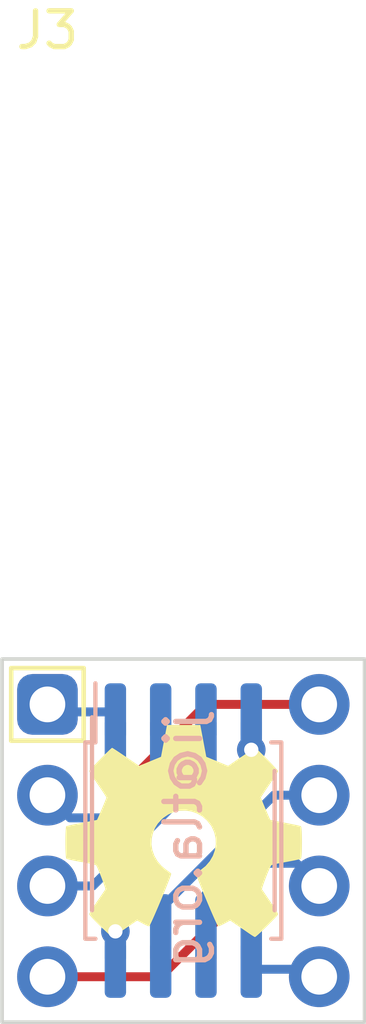
<source format=kicad_pcb>
(kicad_pcb (version 20171130) (host pcbnew 5.1.6-c6e7f7d~87~ubuntu18.04.1)

  (general
    (thickness 1.6)
    (drawings 5)
    (tracks 36)
    (zones 0)
    (modules 4)
    (nets 9)
  )

  (page A4)
  (layers
    (0 F.Cu signal)
    (31 B.Cu signal)
    (32 B.Adhes user)
    (33 F.Adhes user)
    (34 B.Paste user)
    (35 F.Paste user)
    (36 B.SilkS user)
    (37 F.SilkS user)
    (38 B.Mask user)
    (39 F.Mask user)
    (40 Dwgs.User user)
    (41 Cmts.User user)
    (42 Eco1.User user)
    (43 Eco2.User user)
    (44 Edge.Cuts user)
    (45 Margin user)
    (46 B.CrtYd user)
    (47 F.CrtYd user)
    (48 B.Fab user)
    (49 F.Fab user)
  )

  (setup
    (last_trace_width 0.25)
    (trace_clearance 0.2)
    (zone_clearance 0.508)
    (zone_45_only no)
    (trace_min 0.2)
    (via_size 0.8)
    (via_drill 0.4)
    (via_min_size 0.4)
    (via_min_drill 0.3)
    (uvia_size 0.3)
    (uvia_drill 0.1)
    (uvias_allowed no)
    (uvia_min_size 0.2)
    (uvia_min_drill 0.1)
    (edge_width 0.1)
    (segment_width 0.2)
    (pcb_text_width 0.3)
    (pcb_text_size 1.5 1.5)
    (mod_edge_width 0.15)
    (mod_text_size 1 1)
    (mod_text_width 0.15)
    (pad_size 1.524 1.524)
    (pad_drill 0.762)
    (pad_to_mask_clearance 0)
    (aux_axis_origin 0 0)
    (visible_elements FFFFFF7F)
    (pcbplotparams
      (layerselection 0x010f4_ffffffff)
      (usegerberextensions false)
      (usegerberattributes true)
      (usegerberadvancedattributes true)
      (creategerberjobfile true)
      (excludeedgelayer true)
      (linewidth 0.100000)
      (plotframeref false)
      (viasonmask false)
      (mode 1)
      (useauxorigin false)
      (hpglpennumber 1)
      (hpglpenspeed 20)
      (hpglpendiameter 15.000000)
      (psnegative false)
      (psa4output false)
      (plotreference false)
      (plotvalue false)
      (plotinvisibletext false)
      (padsonsilk false)
      (subtractmaskfromsilk false)
      (outputformat 1)
      (mirror false)
      (drillshape 0)
      (scaleselection 1)
      (outputdirectory ""))
  )

  (net 0 "")
  (net 1 /D8_1)
  (net 2 /D8_5)
  (net 3 /D8_2)
  (net 4 /D8_6)
  (net 5 /D8_3)
  (net 6 /D8_7)
  (net 7 /D8_4)
  (net 8 /D8_8)

  (net_class Default "This is the default net class."
    (clearance 0.2)
    (trace_width 0.25)
    (via_dia 0.8)
    (via_drill 0.4)
    (uvia_dia 0.3)
    (uvia_drill 0.1)
    (add_net /D8_1)
    (add_net /D8_2)
    (add_net /D8_3)
    (add_net /D8_4)
    (add_net /D8_5)
    (add_net /D8_6)
    (add_net /D8_7)
    (add_net /D8_8)
  )

  (module Symbol:OSHW-Symbol_6.7x6mm_SilkScreen (layer F.Cu) (tedit 0) (tstamp 5F3E2EAD)
    (at 30.48 4.826)
    (descr "Open Source Hardware Symbol")
    (tags "Logo Symbol OSHW")
    (attr virtual)
    (fp_text reference REF** (at 0 0) (layer F.SilkS) hide
      (effects (font (size 1 1) (thickness 0.15)))
    )
    (fp_text value OSHW-Symbol_6.7x6mm_SilkScreen (at 0.75 0) (layer F.Fab) hide
      (effects (font (size 1 1) (thickness 0.15)))
    )
    (fp_poly (pts (xy 0.555814 -2.531069) (xy 0.639635 -2.086445) (xy 0.94892 -1.958947) (xy 1.258206 -1.831449)
      (xy 1.629246 -2.083754) (xy 1.733157 -2.154004) (xy 1.827087 -2.216728) (xy 1.906652 -2.269062)
      (xy 1.96747 -2.308143) (xy 2.005157 -2.331107) (xy 2.015421 -2.336058) (xy 2.03391 -2.323324)
      (xy 2.07342 -2.288118) (xy 2.129522 -2.234938) (xy 2.197787 -2.168282) (xy 2.273786 -2.092646)
      (xy 2.353092 -2.012528) (xy 2.431275 -1.932426) (xy 2.503907 -1.856836) (xy 2.566559 -1.790255)
      (xy 2.614803 -1.737182) (xy 2.64421 -1.702113) (xy 2.651241 -1.690377) (xy 2.641123 -1.66874)
      (xy 2.612759 -1.621338) (xy 2.569129 -1.552807) (xy 2.513218 -1.467785) (xy 2.448006 -1.370907)
      (xy 2.410219 -1.31565) (xy 2.341343 -1.214752) (xy 2.28014 -1.123701) (xy 2.229578 -1.04703)
      (xy 2.192628 -0.989272) (xy 2.172258 -0.954957) (xy 2.169197 -0.947746) (xy 2.176136 -0.927252)
      (xy 2.195051 -0.879487) (xy 2.223087 -0.811168) (xy 2.257391 -0.729011) (xy 2.295109 -0.63973)
      (xy 2.333387 -0.550042) (xy 2.36937 -0.466662) (xy 2.400206 -0.396306) (xy 2.423039 -0.34569)
      (xy 2.435017 -0.321529) (xy 2.435724 -0.320578) (xy 2.454531 -0.315964) (xy 2.504618 -0.305672)
      (xy 2.580793 -0.290713) (xy 2.677865 -0.272099) (xy 2.790643 -0.250841) (xy 2.856442 -0.238582)
      (xy 2.97695 -0.215638) (xy 3.085797 -0.193805) (xy 3.177476 -0.174278) (xy 3.246481 -0.158252)
      (xy 3.287304 -0.146921) (xy 3.295511 -0.143326) (xy 3.303548 -0.118994) (xy 3.310033 -0.064041)
      (xy 3.31497 0.015108) (xy 3.318364 0.112026) (xy 3.320218 0.220287) (xy 3.320538 0.333465)
      (xy 3.319327 0.445135) (xy 3.31659 0.548868) (xy 3.312331 0.638241) (xy 3.306555 0.706826)
      (xy 3.299267 0.748197) (xy 3.294895 0.75681) (xy 3.268764 0.767133) (xy 3.213393 0.781892)
      (xy 3.136107 0.799352) (xy 3.04423 0.81778) (xy 3.012158 0.823741) (xy 2.857524 0.852066)
      (xy 2.735375 0.874876) (xy 2.641673 0.89308) (xy 2.572384 0.907583) (xy 2.523471 0.919292)
      (xy 2.490897 0.929115) (xy 2.470628 0.937956) (xy 2.458626 0.946724) (xy 2.456947 0.948457)
      (xy 2.440184 0.976371) (xy 2.414614 1.030695) (xy 2.382788 1.104777) (xy 2.34726 1.191965)
      (xy 2.310583 1.285608) (xy 2.275311 1.379052) (xy 2.243996 1.465647) (xy 2.219193 1.53874)
      (xy 2.203454 1.591678) (xy 2.199332 1.617811) (xy 2.199676 1.618726) (xy 2.213641 1.640086)
      (xy 2.245322 1.687084) (xy 2.291391 1.754827) (xy 2.348518 1.838423) (xy 2.413373 1.932982)
      (xy 2.431843 1.959854) (xy 2.497699 2.057275) (xy 2.55565 2.146163) (xy 2.602538 2.221412)
      (xy 2.635207 2.27792) (xy 2.6505 2.310581) (xy 2.651241 2.314593) (xy 2.638392 2.335684)
      (xy 2.602888 2.377464) (xy 2.549293 2.435445) (xy 2.482171 2.505135) (xy 2.406087 2.582045)
      (xy 2.325604 2.661683) (xy 2.245287 2.739561) (xy 2.169699 2.811186) (xy 2.103405 2.87207)
      (xy 2.050969 2.917721) (xy 2.016955 2.94365) (xy 2.007545 2.947883) (xy 1.985643 2.937912)
      (xy 1.9408 2.91102) (xy 1.880321 2.871736) (xy 1.833789 2.840117) (xy 1.749475 2.782098)
      (xy 1.649626 2.713784) (xy 1.549473 2.645579) (xy 1.495627 2.609075) (xy 1.313371 2.4858)
      (xy 1.160381 2.56852) (xy 1.090682 2.604759) (xy 1.031414 2.632926) (xy 0.991311 2.648991)
      (xy 0.981103 2.651226) (xy 0.968829 2.634722) (xy 0.944613 2.588082) (xy 0.910263 2.515609)
      (xy 0.867588 2.421606) (xy 0.818394 2.310374) (xy 0.76449 2.186215) (xy 0.707684 2.053432)
      (xy 0.649782 1.916327) (xy 0.592593 1.779202) (xy 0.537924 1.646358) (xy 0.487584 1.522098)
      (xy 0.44338 1.410725) (xy 0.407119 1.316539) (xy 0.380609 1.243844) (xy 0.365658 1.196941)
      (xy 0.363254 1.180833) (xy 0.382311 1.160286) (xy 0.424036 1.126933) (xy 0.479706 1.087702)
      (xy 0.484378 1.084599) (xy 0.628264 0.969423) (xy 0.744283 0.835053) (xy 0.83143 0.685784)
      (xy 0.888699 0.525913) (xy 0.915086 0.359737) (xy 0.909585 0.191552) (xy 0.87119 0.025655)
      (xy 0.798895 -0.133658) (xy 0.777626 -0.168513) (xy 0.666996 -0.309263) (xy 0.536302 -0.422286)
      (xy 0.390064 -0.506997) (xy 0.232808 -0.562806) (xy 0.069057 -0.589126) (xy -0.096667 -0.58537)
      (xy -0.259838 -0.55095) (xy -0.415935 -0.485277) (xy -0.560433 -0.387765) (xy -0.605131 -0.348187)
      (xy -0.718888 -0.224297) (xy -0.801782 -0.093876) (xy -0.858644 0.052315) (xy -0.890313 0.197088)
      (xy -0.898131 0.35986) (xy -0.872062 0.52344) (xy -0.814755 0.682298) (xy -0.728856 0.830906)
      (xy -0.617014 0.963735) (xy -0.481877 1.075256) (xy -0.464117 1.087011) (xy -0.40785 1.125508)
      (xy -0.365077 1.158863) (xy -0.344628 1.18016) (xy -0.344331 1.180833) (xy -0.348721 1.203871)
      (xy -0.366124 1.256157) (xy -0.394732 1.33339) (xy -0.432735 1.431268) (xy -0.478326 1.545491)
      (xy -0.529697 1.671758) (xy -0.585038 1.805767) (xy -0.642542 1.943218) (xy -0.700399 2.079808)
      (xy -0.756802 2.211237) (xy -0.809942 2.333205) (xy -0.85801 2.441409) (xy -0.899199 2.531549)
      (xy -0.931699 2.599323) (xy -0.953703 2.64043) (xy -0.962564 2.651226) (xy -0.98964 2.642819)
      (xy -1.040303 2.620272) (xy -1.105817 2.587613) (xy -1.141841 2.56852) (xy -1.294832 2.4858)
      (xy -1.477088 2.609075) (xy -1.570125 2.672228) (xy -1.671985 2.741727) (xy -1.767438 2.807165)
      (xy -1.81525 2.840117) (xy -1.882495 2.885273) (xy -1.939436 2.921057) (xy -1.978646 2.942938)
      (xy -1.991381 2.947563) (xy -2.009917 2.935085) (xy -2.050941 2.900252) (xy -2.110475 2.846678)
      (xy -2.184542 2.777983) (xy -2.269165 2.697781) (xy -2.322685 2.646286) (xy -2.416319 2.554286)
      (xy -2.497241 2.471999) (xy -2.562177 2.402945) (xy -2.607858 2.350644) (xy -2.631011 2.318616)
      (xy -2.633232 2.312116) (xy -2.622924 2.287394) (xy -2.594439 2.237405) (xy -2.550937 2.167212)
      (xy -2.495577 2.081875) (xy -2.43152 1.986456) (xy -2.413303 1.959854) (xy -2.346927 1.863167)
      (xy -2.287378 1.776117) (xy -2.237984 1.703595) (xy -2.202075 1.650493) (xy -2.182981 1.621703)
      (xy -2.181136 1.618726) (xy -2.183895 1.595782) (xy -2.198538 1.545336) (xy -2.222513 1.474041)
      (xy -2.253266 1.388547) (xy -2.288244 1.295507) (xy -2.324893 1.201574) (xy -2.360661 1.113399)
      (xy -2.392994 1.037634) (xy -2.419338 0.980931) (xy -2.437142 0.949943) (xy -2.438407 0.948457)
      (xy -2.449294 0.939601) (xy -2.467682 0.930843) (xy -2.497606 0.921277) (xy -2.543103 0.909996)
      (xy -2.608209 0.896093) (xy -2.696961 0.878663) (xy -2.813393 0.856798) (xy -2.961542 0.829591)
      (xy -2.993618 0.823741) (xy -3.088686 0.805374) (xy -3.171565 0.787405) (xy -3.23493 0.771569)
      (xy -3.271458 0.7596) (xy -3.276356 0.75681) (xy -3.284427 0.732072) (xy -3.290987 0.67679)
      (xy -3.296033 0.597389) (xy -3.299559 0.500296) (xy -3.301561 0.391938) (xy -3.302036 0.27874)
      (xy -3.300977 0.167128) (xy -3.298382 0.063529) (xy -3.294246 -0.025632) (xy -3.288563 -0.093928)
      (xy -3.281331 -0.134934) (xy -3.276971 -0.143326) (xy -3.252698 -0.151792) (xy -3.197426 -0.165565)
      (xy -3.116662 -0.18345) (xy -3.015912 -0.204252) (xy -2.900683 -0.226777) (xy -2.837902 -0.238582)
      (xy -2.718787 -0.260849) (xy -2.612565 -0.281021) (xy -2.524427 -0.298085) (xy -2.459566 -0.311031)
      (xy -2.423174 -0.318845) (xy -2.417184 -0.320578) (xy -2.407061 -0.34011) (xy -2.385662 -0.387157)
      (xy -2.355839 -0.454997) (xy -2.320445 -0.536909) (xy -2.282332 -0.626172) (xy -2.244353 -0.716065)
      (xy -2.20936 -0.799865) (xy -2.180206 -0.870853) (xy -2.159743 -0.922306) (xy -2.150823 -0.947503)
      (xy -2.150657 -0.948604) (xy -2.160769 -0.968481) (xy -2.189117 -1.014223) (xy -2.232723 -1.081283)
      (xy -2.288606 -1.165116) (xy -2.353787 -1.261174) (xy -2.391679 -1.31635) (xy -2.460725 -1.417519)
      (xy -2.52205 -1.50937) (xy -2.572663 -1.587256) (xy -2.609571 -1.646531) (xy -2.629782 -1.682549)
      (xy -2.632701 -1.690623) (xy -2.620153 -1.709416) (xy -2.585463 -1.749543) (xy -2.533063 -1.806507)
      (xy -2.467384 -1.875815) (xy -2.392856 -1.952969) (xy -2.313913 -2.033475) (xy -2.234983 -2.112837)
      (xy -2.1605 -2.18656) (xy -2.094894 -2.250148) (xy -2.042596 -2.299106) (xy -2.008039 -2.328939)
      (xy -1.996478 -2.336058) (xy -1.977654 -2.326047) (xy -1.932631 -2.297922) (xy -1.865787 -2.254546)
      (xy -1.781499 -2.198782) (xy -1.684144 -2.133494) (xy -1.610707 -2.083754) (xy -1.239667 -1.831449)
      (xy -0.621095 -2.086445) (xy -0.537275 -2.531069) (xy -0.453454 -2.975693) (xy 0.471994 -2.975693)
      (xy 0.555814 -2.531069)) (layer F.SilkS) (width 0.01))
  )

  (module Package_SO:SOIC-8_3.9x4.9mm_P1.27mm (layer B.Cu) (tedit 5D9F72B1) (tstamp 5F3E121B)
    (at 30.48 5.08 270)
    (descr "SOIC, 8 Pin (JEDEC MS-012AA, https://www.analog.com/media/en/package-pcb-resources/package/pkg_pdf/soic_narrow-r/r_8.pdf), generated with kicad-footprint-generator ipc_gullwing_generator.py")
    (tags "SOIC SO")
    (path /5F55C36F)
    (attr smd)
    (fp_text reference J1 (at 0 3.4 270) (layer B.SilkS) hide
      (effects (font (size 1 1) (thickness 0.15)) (justify mirror))
    )
    (fp_text value SOIC-8 (at 0 -3.4 270) (layer B.Fab)
      (effects (font (size 1 1) (thickness 0.15)) (justify mirror))
    )
    (fp_line (start 3.7 2.7) (end -3.7 2.7) (layer B.CrtYd) (width 0.05))
    (fp_line (start 3.7 -2.7) (end 3.7 2.7) (layer B.CrtYd) (width 0.05))
    (fp_line (start -3.7 -2.7) (end 3.7 -2.7) (layer B.CrtYd) (width 0.05))
    (fp_line (start -3.7 2.7) (end -3.7 -2.7) (layer B.CrtYd) (width 0.05))
    (fp_line (start -1.95 1.475) (end -0.975 2.45) (layer B.Fab) (width 0.1))
    (fp_line (start -1.95 -2.45) (end -1.95 1.475) (layer B.Fab) (width 0.1))
    (fp_line (start 1.95 -2.45) (end -1.95 -2.45) (layer B.Fab) (width 0.1))
    (fp_line (start 1.95 2.45) (end 1.95 -2.45) (layer B.Fab) (width 0.1))
    (fp_line (start -0.975 2.45) (end 1.95 2.45) (layer B.Fab) (width 0.1))
    (fp_line (start 0 2.56) (end -3.45 2.56) (layer B.SilkS) (width 0.12))
    (fp_line (start 0 2.56) (end 1.95 2.56) (layer B.SilkS) (width 0.12))
    (fp_line (start 0 -2.56) (end -1.95 -2.56) (layer B.SilkS) (width 0.12))
    (fp_line (start 0 -2.56) (end 1.95 -2.56) (layer B.SilkS) (width 0.12))
    (fp_text user %R (at 0 0 270) (layer B.Fab)
      (effects (font (size 0.98 0.98) (thickness 0.15)) (justify mirror))
    )
    (pad 1 smd roundrect (at -2.475 1.905 270) (size 1.95 0.6) (layers B.Cu B.Paste B.Mask) (roundrect_rratio 0.25)
      (net 1 /D8_1))
    (pad 2 smd roundrect (at -2.475 0.635 270) (size 1.95 0.6) (layers B.Cu B.Paste B.Mask) (roundrect_rratio 0.25)
      (net 3 /D8_2))
    (pad 3 smd roundrect (at -2.475 -0.635 270) (size 1.95 0.6) (layers B.Cu B.Paste B.Mask) (roundrect_rratio 0.25)
      (net 5 /D8_3))
    (pad 4 smd roundrect (at -2.475 -1.905 270) (size 1.95 0.6) (layers B.Cu B.Paste B.Mask) (roundrect_rratio 0.25)
      (net 7 /D8_4))
    (pad 5 smd roundrect (at 2.475 -1.905 270) (size 1.95 0.6) (layers B.Cu B.Paste B.Mask) (roundrect_rratio 0.25)
      (net 2 /D8_5))
    (pad 6 smd roundrect (at 2.475 -0.635 270) (size 1.95 0.6) (layers B.Cu B.Paste B.Mask) (roundrect_rratio 0.25)
      (net 4 /D8_6))
    (pad 7 smd roundrect (at 2.475 0.635 270) (size 1.95 0.6) (layers B.Cu B.Paste B.Mask) (roundrect_rratio 0.25)
      (net 6 /D8_7))
    (pad 8 smd roundrect (at 2.475 1.905 270) (size 1.95 0.6) (layers B.Cu B.Paste B.Mask) (roundrect_rratio 0.25)
      (net 8 /D8_8))
    (model ${KISYS3DMOD}/Package_SO.3dshapes/SOIC-8_3.9x4.9mm_P1.27mm.wrl
      (at (xyz 0 0 0))
      (scale (xyz 1 1 1))
      (rotate (xyz 0 0 0))
    )
  )

  (module Package_SO:SOIC-8_5.275x5.275mm_P1.27mm (layer B.Cu) (tedit 5D9F72B1) (tstamp 5F3E123A)
    (at 30.48 5.08 270)
    (descr "SOIC, 8 Pin (http://ww1.microchip.com/downloads/en/DeviceDoc/20005045C.pdf#page=23), generated with kicad-footprint-generator ipc_gullwing_generator.py")
    (tags "SOIC SO")
    (path /5F3ECC76)
    (attr smd)
    (fp_text reference J2 (at 0 3.59 270) (layer B.SilkS) hide
      (effects (font (size 1 1) (thickness 0.15)) (justify mirror))
    )
    (fp_text value SOIC-8 (at 0 -3.59 270) (layer B.Fab)
      (effects (font (size 1 1) (thickness 0.15)) (justify mirror))
    )
    (fp_line (start 4.65 2.89) (end -4.65 2.89) (layer B.CrtYd) (width 0.05))
    (fp_line (start 4.65 -2.89) (end 4.65 2.89) (layer B.CrtYd) (width 0.05))
    (fp_line (start -4.65 -2.89) (end 4.65 -2.89) (layer B.CrtYd) (width 0.05))
    (fp_line (start -4.65 2.89) (end -4.65 -2.89) (layer B.CrtYd) (width 0.05))
    (fp_line (start -2.6375 1.6375) (end -1.6375 2.6375) (layer B.Fab) (width 0.1))
    (fp_line (start -2.6375 -2.6375) (end -2.6375 1.6375) (layer B.Fab) (width 0.1))
    (fp_line (start 2.6375 -2.6375) (end -2.6375 -2.6375) (layer B.Fab) (width 0.1))
    (fp_line (start 2.6375 2.6375) (end 2.6375 -2.6375) (layer B.Fab) (width 0.1))
    (fp_line (start -1.6375 2.6375) (end 2.6375 2.6375) (layer B.Fab) (width 0.1))
    (fp_line (start -2.7475 2.465) (end -4.4 2.465) (layer B.SilkS) (width 0.12))
    (fp_line (start -2.7475 2.7475) (end -2.7475 2.465) (layer B.SilkS) (width 0.12))
    (fp_line (start 0 2.7475) (end -2.7475 2.7475) (layer B.SilkS) (width 0.12))
    (fp_line (start 2.7475 2.7475) (end 2.7475 2.465) (layer B.SilkS) (width 0.12))
    (fp_line (start 0 2.7475) (end 2.7475 2.7475) (layer B.SilkS) (width 0.12))
    (fp_line (start -2.7475 -2.7475) (end -2.7475 -2.465) (layer B.SilkS) (width 0.12))
    (fp_line (start 0 -2.7475) (end -2.7475 -2.7475) (layer B.SilkS) (width 0.12))
    (fp_line (start 2.7475 -2.7475) (end 2.7475 -2.465) (layer B.SilkS) (width 0.12))
    (fp_line (start 0 -2.7475) (end 2.7475 -2.7475) (layer B.SilkS) (width 0.12))
    (fp_text user %R (at 0 0 270) (layer B.Fab)
      (effects (font (size 1 1) (thickness 0.15)) (justify mirror))
    )
    (pad 1 smd roundrect (at -3.6 1.905 270) (size 1.6 0.6) (layers B.Cu B.Paste B.Mask) (roundrect_rratio 0.25)
      (net 1 /D8_1))
    (pad 2 smd roundrect (at -3.6 0.635 270) (size 1.6 0.6) (layers B.Cu B.Paste B.Mask) (roundrect_rratio 0.25)
      (net 3 /D8_2))
    (pad 3 smd roundrect (at -3.6 -0.635 270) (size 1.6 0.6) (layers B.Cu B.Paste B.Mask) (roundrect_rratio 0.25)
      (net 5 /D8_3))
    (pad 4 smd roundrect (at -3.6 -1.905 270) (size 1.6 0.6) (layers B.Cu B.Paste B.Mask) (roundrect_rratio 0.25)
      (net 7 /D8_4))
    (pad 5 smd roundrect (at 3.6 -1.905 270) (size 1.6 0.6) (layers B.Cu B.Paste B.Mask) (roundrect_rratio 0.25)
      (net 2 /D8_5))
    (pad 6 smd roundrect (at 3.6 -0.635 270) (size 1.6 0.6) (layers B.Cu B.Paste B.Mask) (roundrect_rratio 0.25)
      (net 4 /D8_6))
    (pad 7 smd roundrect (at 3.6 0.635 270) (size 1.6 0.6) (layers B.Cu B.Paste B.Mask) (roundrect_rratio 0.25)
      (net 6 /D8_7))
    (pad 8 smd roundrect (at 3.6 1.905 270) (size 1.6 0.6) (layers B.Cu B.Paste B.Mask) (roundrect_rratio 0.25)
      (net 8 /D8_8))
    (model ${KISYS3DMOD}/Package_SO.3dshapes/SOIC-8_5.275x5.275mm_P1.27mm.wrl
      (at (xyz 0 0 0))
      (scale (xyz 1 1 1))
      (rotate (xyz 0 0 0))
    )
  )

  (module jicad:DIP-8-300 (layer F.Cu) (tedit 5F3E1C43) (tstamp 5F3E2C92)
    (at 26.67 1.27 270)
    (path /5F502BFE)
    (fp_text reference J3 (at -18.86 0) (layer F.SilkS)
      (effects (font (size 1 1) (thickness 0.15)))
    )
    (fp_text value DIP-8 (at 3.81 -3.81 90) (layer F.Fab)
      (effects (font (size 1 1) (thickness 0.15)))
    )
    (fp_line (start -1.016 -1.016) (end -1.016 1.016) (layer F.SilkS) (width 0.127))
    (fp_line (start 1.016 -1.016) (end -1.016 -1.016) (layer F.SilkS) (width 0.127))
    (fp_line (start 1.016 1.016) (end 1.016 -1.016) (layer F.SilkS) (width 0.127))
    (fp_line (start -1.016 1.016) (end 1.016 1.016) (layer F.SilkS) (width 0.127))
    (fp_line (start -1.27 1.27) (end -1.27 -8.89) (layer B.CrtYd) (width 0.12))
    (fp_line (start 8.89 1.27) (end -1.27 1.27) (layer B.CrtYd) (width 0.12))
    (fp_line (start 8.89 -8.89) (end 8.89 1.27) (layer B.CrtYd) (width 0.12))
    (fp_line (start -1.27 -8.89) (end 8.89 -8.89) (layer B.CrtYd) (width 0.12))
    (fp_line (start 8.89 -8.89) (end -1.27 -8.89) (layer F.CrtYd) (width 0.12))
    (fp_line (start 8.89 1.27) (end 8.89 -8.89) (layer F.CrtYd) (width 0.12))
    (fp_line (start -1.27 1.27) (end 8.89 1.27) (layer F.CrtYd) (width 0.12))
    (fp_line (start -1.27 -8.89) (end -1.27 1.27) (layer F.CrtYd) (width 0.12))
    (pad 1 thru_hole roundrect (at 0 0 270) (size 1.7 1.7) (drill 1) (layers *.Cu *.Mask) (roundrect_rratio 0.25)
      (net 1 /D8_1))
    (pad 2 thru_hole circle (at 2.54 0 270) (size 1.7 1.7) (drill 1) (layers *.Cu *.Mask)
      (net 3 /D8_2))
    (pad 3 thru_hole circle (at 5.08 0 270) (size 1.7 1.7) (drill 1) (layers *.Cu *.Mask)
      (net 5 /D8_3))
    (pad 4 thru_hole circle (at 7.62 0 270) (size 1.7 1.7) (drill 1) (layers *.Cu *.Mask)
      (net 7 /D8_4))
    (pad 5 thru_hole circle (at 7.62 -7.62 90) (size 1.7 1.7) (drill 1) (layers *.Cu *.Mask)
      (net 2 /D8_5))
    (pad 6 thru_hole circle (at 5.08 -7.62 90) (size 1.7 1.7) (drill 1) (layers *.Cu *.Mask)
      (net 4 /D8_6))
    (pad 7 thru_hole circle (at 2.54 -7.62 90) (size 1.7 1.7) (drill 1) (layers *.Cu *.Mask)
      (net 6 /D8_7))
    (pad 8 thru_hole circle (at 0 -7.62 90) (size 1.7 1.7) (drill 1) (layers *.Cu *.Mask)
      (net 8 /D8_8))
  )

  (gr_text ji@tla.org (at 30.48 5.08 90) (layer B.SilkS)
    (effects (font (size 1 1) (thickness 0.15)) (justify mirror))
  )
  (gr_line (start 25.4 10.16) (end 25.4 0) (layer Edge.Cuts) (width 0.1) (tstamp 5F3DFDC0))
  (gr_line (start 35.56 10.16) (end 25.4 10.16) (layer Edge.Cuts) (width 0.1))
  (gr_line (start 35.56 0) (end 35.56 10.16) (layer Edge.Cuts) (width 0.1))
  (gr_line (start 25.4 0) (end 35.56 0) (layer Edge.Cuts) (width 0.1))

  (via (at 28.575 7.62) (size 0.8) (drill 0.4) (layers F.Cu B.Cu) (net 8))
  (via (at 32.385 2.54) (size 0.8) (drill 0.4) (layers F.Cu B.Cu) (net 7))
  (segment (start 28.575 2.605) (end 28.575 1.48) (width 0.25) (layer B.Cu) (net 1))
  (segment (start 26.88 1.48) (end 26.67 1.27) (width 0.25) (layer B.Cu) (net 1))
  (segment (start 28.575 1.48) (end 26.88 1.48) (width 0.25) (layer B.Cu) (net 1))
  (segment (start 32.385 7.555) (end 32.385 8.68) (width 0.25) (layer B.Cu) (net 2))
  (segment (start 34.08 8.68) (end 34.29 8.89) (width 0.25) (layer B.Cu) (net 2))
  (segment (start 32.385 8.68) (end 34.08 8.68) (width 0.25) (layer B.Cu) (net 2))
  (segment (start 29.845 1.48) (end 29.845 2.605) (width 0.25) (layer B.Cu) (net 3))
  (segment (start 29.845 3.58) (end 28.98 4.445) (width 0.25) (layer B.Cu) (net 3))
  (segment (start 29.845 2.605) (end 29.845 3.58) (width 0.25) (layer B.Cu) (net 3))
  (segment (start 28.98 4.445) (end 27.305 4.445) (width 0.25) (layer B.Cu) (net 3))
  (segment (start 27.305 4.445) (end 26.67 3.81) (width 0.25) (layer B.Cu) (net 3))
  (segment (start 31.115 8.68) (end 31.115 7.555) (width 0.25) (layer B.Cu) (net 4))
  (segment (start 31.98 5.715) (end 33.655 5.715) (width 0.25) (layer B.Cu) (net 4))
  (segment (start 31.115 7.555) (end 31.115 6.58) (width 0.25) (layer B.Cu) (net 4))
  (segment (start 33.655 5.715) (end 34.29 6.35) (width 0.25) (layer B.Cu) (net 4))
  (segment (start 31.115 6.58) (end 31.98 5.715) (width 0.25) (layer B.Cu) (net 4))
  (segment (start 31.115 2.605) (end 31.115 1.48) (width 0.25) (layer B.Cu) (net 5))
  (segment (start 27.94 6.35) (end 26.67 6.35) (width 0.25) (layer B.Cu) (net 5))
  (segment (start 31.115 2.605) (end 31.115 3.175) (width 0.25) (layer B.Cu) (net 5))
  (segment (start 31.115 3.175) (end 27.94 6.35) (width 0.25) (layer B.Cu) (net 5))
  (segment (start 29.845 8.68) (end 29.845 7.555) (width 0.25) (layer B.Cu) (net 6))
  (segment (start 33.02 3.81) (end 34.29 3.81) (width 0.25) (layer B.Cu) (net 6))
  (segment (start 29.845 7.555) (end 29.845 6.985) (width 0.25) (layer B.Cu) (net 6))
  (segment (start 29.845 6.985) (end 33.02 3.81) (width 0.25) (layer B.Cu) (net 6))
  (segment (start 32.385 2.605) (end 32.385 1.48) (width 0.25) (layer B.Cu) (net 7))
  (segment (start 32.385 1.48) (end 32.385 1.48) (width 0.25) (layer B.Cu) (net 7) (tstamp 5F3E1A12))
  (segment (start 32.385 6.35) (end 32.385 2.54) (width 0.25) (layer F.Cu) (net 7))
  (segment (start 26.67 8.89) (end 29.845 8.89) (width 0.25) (layer F.Cu) (net 7))
  (segment (start 29.845 8.89) (end 32.385 6.35) (width 0.25) (layer F.Cu) (net 7))
  (segment (start 28.575 8.68) (end 28.575 8.68) (width 0.25) (layer B.Cu) (net 8))
  (segment (start 28.575 8.68) (end 28.575 7.555) (width 0.25) (layer B.Cu) (net 8) (tstamp 5F3E1A14))
  (segment (start 28.575 3.81) (end 28.575 7.62) (width 0.25) (layer F.Cu) (net 8))
  (segment (start 34.29 1.27) (end 31.115 1.27) (width 0.25) (layer F.Cu) (net 8))
  (segment (start 31.115 1.27) (end 28.575 3.81) (width 0.25) (layer F.Cu) (net 8))

)

</source>
